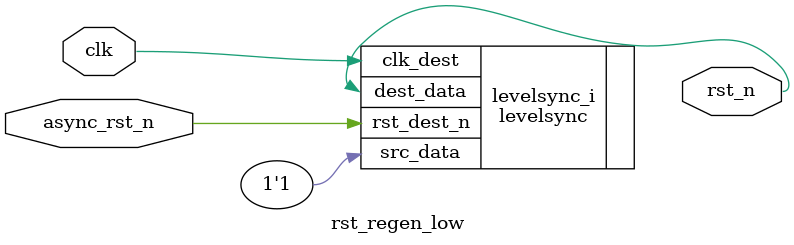
<source format=sv>
`ifndef _COMMON_RST_REGEN_LOW_SV
`define _COMMON_RST_REGEN_LOW_SV
module rst_regen_low
(
 clk,
 async_rst_n, rst_n
);

  input  clk;          // Clock
  input  async_rst_n;  // Asynchronous Reset Signal Input (active-low)
  output rst_n;         // Synchronized Reset Signal Output (active-low)

  levelsync
    #(
      .RESET_VALUE(1'b0)
     ) levelsync_i
     (
      .clk_dest   (clk),
      .rst_dest_n (async_rst_n),
      .src_data   (1'b1),
      .dest_data  (rst_n)
     );

endmodule // rst_regen_low

`endif

</source>
